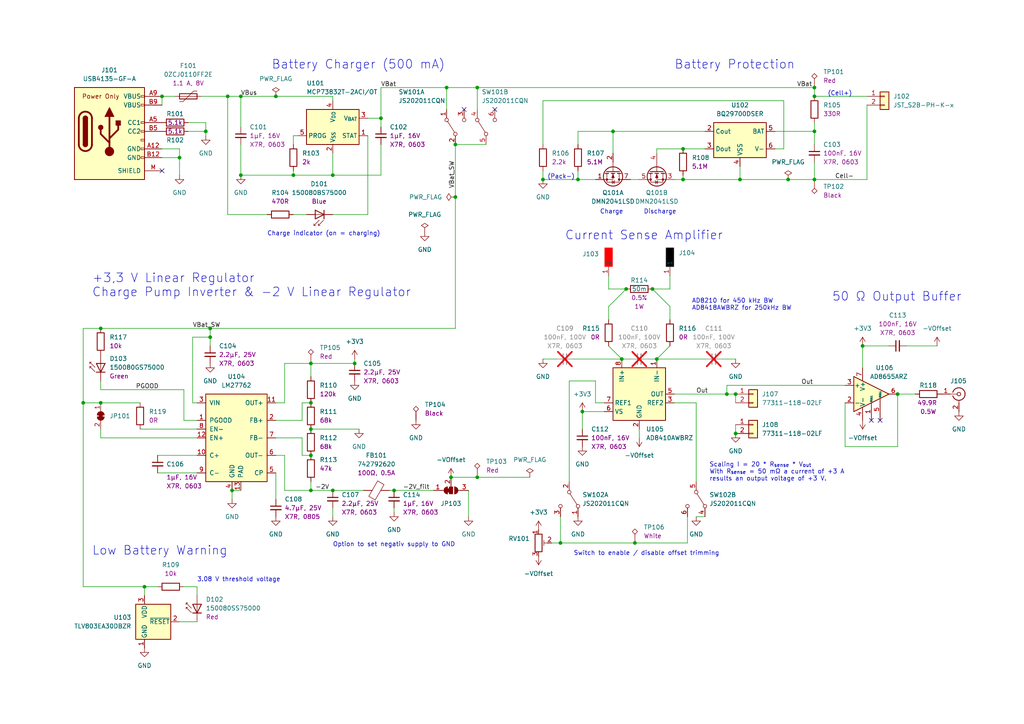
<source format=kicad_sch>
(kicad_sch (version 20230121) (generator eeschema)
  (paper "A4")
  (junction (at 52.07 45.72))
  (junction (at 29.21 95.25))
  (junction (at 213.36 125.73))
  (junction (at 114.3 142.24))
  (junction (at 228.6 52.07))
  (junction (at 96.52 50.8))
  (junction (at 90.17 124.46))
  (junction (at 102.87 105.41))
  (junction (at 213.36 114.3))
  (junction (at 198.12 43.18))
  (junction (at 46.99 27.94))
  (junction (at 168.91 119.38))
  (junction (at 132.08 41.91))
  (junction (at 24.13 116.84))
  (junction (at 181.61 83.82))
  (junction (at 162.56 157.48))
  (junction (at 180.34 104.14))
  (junction (at 190.5 104.14))
  (junction (at 67.31 142.24))
  (junction (at 41.91 170.18))
  (junction (at 60.96 97.79))
  (junction (at 130.81 138.43))
  (junction (at 80.01 27.94))
  (junction (at 198.12 52.07))
  (junction (at 138.43 25.4))
  (junction (at 69.85 27.94))
  (junction (at 138.43 138.43))
  (junction (at 260.35 114.3))
  (junction (at 90.17 142.24))
  (junction (at 96.52 142.24))
  (junction (at 129.54 25.4))
  (junction (at 167.64 52.07))
  (junction (at 132.08 57.15))
  (junction (at 157.48 52.07))
  (junction (at 90.17 105.41))
  (junction (at 110.49 34.29))
  (junction (at 250.19 100.33))
  (junction (at 236.22 52.07))
  (junction (at 189.23 83.82))
  (junction (at 177.8 38.1))
  (junction (at 90.17 116.84))
  (junction (at 59.69 38.1))
  (junction (at 90.17 132.08))
  (junction (at 210.82 114.3))
  (junction (at 29.21 116.84))
  (junction (at 184.15 157.48))
  (junction (at 236.22 38.1))
  (junction (at 214.63 52.07))
  (junction (at 60.96 95.25))
  (junction (at 236.22 25.4))
  (junction (at 69.85 50.8))
  (junction (at 85.09 50.8))
  (junction (at 236.22 27.94))
  (junction (at 66.04 27.94))
  (no_connect (at 46.99 49.53))
  (no_connect (at 143.51 31.75))
  (no_connect (at 252.73 121.92))
  (no_connect (at 134.62 31.75))
  (no_connect (at 255.27 121.92))
  (wire (pts (xy 189.23 83.82) (xy 194.31 83.82)))
  (wire (pts (xy 46.99 43.18) (xy 52.07 43.18)))
  (wire (pts (xy 236.22 38.1) (xy 236.22 35.56)))
  (wire (pts (xy 41.91 172.72) (xy 41.91 170.18)))
  (wire (pts (xy 260.35 129.54) (xy 245.11 129.54)))
  (wire (pts (xy 213.36 104.14) (xy 209.55 104.14)))
  (wire (pts (xy 110.49 25.4) (xy 129.54 25.4)))
  (wire (pts (xy 130.81 138.43) (xy 138.43 138.43)))
  (wire (pts (xy 57.15 170.18) (xy 57.15 172.72)))
  (wire (pts (xy 29.21 95.25) (xy 60.96 95.25)))
  (wire (pts (xy 24.13 170.18) (xy 41.91 170.18)))
  (wire (pts (xy 180.34 104.14) (xy 176.53 100.33)))
  (wire (pts (xy 236.22 52.07) (xy 236.22 46.99)))
  (wire (pts (xy 236.22 25.4) (xy 236.22 27.94)))
  (wire (pts (xy 224.79 38.1) (xy 236.22 38.1)))
  (wire (pts (xy 69.85 27.94) (xy 80.01 27.94)))
  (wire (pts (xy 90.17 142.24) (xy 96.52 142.24)))
  (wire (pts (xy 55.88 116.84) (xy 57.15 116.84)))
  (wire (pts (xy 138.43 31.75) (xy 138.43 25.4)))
  (wire (pts (xy 162.56 157.48) (xy 184.15 157.48)))
  (wire (pts (xy 260.35 114.3) (xy 260.35 129.54)))
  (wire (pts (xy 87.63 127) (xy 87.63 132.08)))
  (wire (pts (xy 185.42 124.46) (xy 185.42 127)))
  (wire (pts (xy 204.47 104.14) (xy 190.5 104.14)))
  (wire (pts (xy 69.85 27.94) (xy 69.85 36.83)))
  (wire (pts (xy 132.08 41.91) (xy 132.08 57.15)))
  (wire (pts (xy 59.69 39.37) (xy 59.69 38.1)))
  (wire (pts (xy 59.69 38.1) (xy 54.61 38.1)))
  (wire (pts (xy 157.48 41.91) (xy 157.48 29.21)))
  (wire (pts (xy 198.12 50.8) (xy 198.12 52.07)))
  (wire (pts (xy 157.48 29.21) (xy 227.33 29.21)))
  (wire (pts (xy 227.33 43.18) (xy 224.79 43.18)))
  (wire (pts (xy 60.96 97.79) (xy 60.96 95.25)))
  (wire (pts (xy 52.07 45.72) (xy 52.07 50.8)))
  (wire (pts (xy 250.19 100.33) (xy 257.81 100.33)))
  (wire (pts (xy 106.68 62.23) (xy 96.52 62.23)))
  (wire (pts (xy 194.31 80.01) (xy 194.31 83.82)))
  (wire (pts (xy 172.72 116.84) (xy 172.72 110.49)))
  (wire (pts (xy 90.17 109.22) (xy 90.17 105.41)))
  (wire (pts (xy 198.12 52.07) (xy 214.63 52.07)))
  (wire (pts (xy 175.26 119.38) (xy 168.91 119.38)))
  (wire (pts (xy 46.99 30.48) (xy 46.99 27.94)))
  (wire (pts (xy 167.64 49.53) (xy 167.64 52.07)))
  (wire (pts (xy 96.52 50.8) (xy 85.09 50.8)))
  (wire (pts (xy 167.64 38.1) (xy 177.8 38.1)))
  (wire (pts (xy 227.33 29.21) (xy 227.33 43.18)))
  (wire (pts (xy 236.22 41.91) (xy 236.22 38.1)))
  (wire (pts (xy 59.69 35.56) (xy 59.69 38.1)))
  (wire (pts (xy 210.82 114.3) (xy 213.36 114.3)))
  (wire (pts (xy 80.01 144.78) (xy 80.01 137.16)))
  (wire (pts (xy 113.03 142.24) (xy 114.3 142.24)))
  (wire (pts (xy 29.21 116.84) (xy 40.64 116.84)))
  (wire (pts (xy 210.82 111.76) (xy 245.11 111.76)))
  (wire (pts (xy 166.37 104.14) (xy 180.34 104.14)))
  (wire (pts (xy 87.63 116.84) (xy 90.17 116.84)))
  (wire (pts (xy 110.49 41.91) (xy 110.49 50.8)))
  (wire (pts (xy 82.55 142.24) (xy 90.17 142.24)))
  (wire (pts (xy 135.89 149.86) (xy 135.89 142.24)))
  (wire (pts (xy 80.01 127) (xy 87.63 127)))
  (wire (pts (xy 96.52 44.45) (xy 96.52 50.8)))
  (wire (pts (xy 138.43 25.4) (xy 236.22 25.4)))
  (wire (pts (xy 57.15 127) (xy 29.21 127)))
  (wire (pts (xy 129.54 25.4) (xy 138.43 25.4)))
  (wire (pts (xy 110.49 25.4) (xy 110.49 34.29)))
  (wire (pts (xy 105.41 142.24) (xy 96.52 142.24)))
  (wire (pts (xy 90.17 105.41) (xy 82.55 105.41)))
  (wire (pts (xy 195.58 116.84) (xy 201.93 116.84)))
  (wire (pts (xy 80.01 27.94) (xy 96.52 27.94)))
  (wire (pts (xy 160.02 157.48) (xy 162.56 157.48)))
  (wire (pts (xy 204.47 38.1) (xy 177.8 38.1)))
  (wire (pts (xy 195.58 114.3) (xy 210.82 114.3)))
  (wire (pts (xy 102.87 104.14) (xy 102.87 105.41)))
  (wire (pts (xy 54.61 35.56) (xy 59.69 35.56)))
  (wire (pts (xy 45.72 137.16) (xy 57.15 137.16)))
  (wire (pts (xy 53.34 113.03) (xy 53.34 121.92)))
  (wire (pts (xy 29.21 95.25) (xy 24.13 95.25)))
  (wire (pts (xy 175.26 116.84) (xy 172.72 116.84)))
  (wire (pts (xy 172.72 110.49) (xy 165.1 110.49)))
  (wire (pts (xy 60.96 97.79) (xy 55.88 97.79)))
  (wire (pts (xy 24.13 116.84) (xy 24.13 170.18)))
  (wire (pts (xy 53.34 170.18) (xy 57.15 170.18)))
  (wire (pts (xy 24.13 95.25) (xy 24.13 116.84)))
  (wire (pts (xy 110.49 50.8) (xy 96.52 50.8)))
  (wire (pts (xy 140.97 41.91) (xy 132.08 41.91)))
  (wire (pts (xy 260.35 114.3) (xy 265.43 114.3)))
  (wire (pts (xy 125.73 142.24) (xy 114.3 142.24)))
  (wire (pts (xy 106.68 39.37) (xy 106.68 62.23)))
  (wire (pts (xy 251.46 52.07) (xy 236.22 52.07)))
  (wire (pts (xy 66.04 27.94) (xy 69.85 27.94)))
  (wire (pts (xy 201.93 116.84) (xy 201.93 139.7)))
  (wire (pts (xy 204.47 149.86) (xy 201.93 149.86)))
  (wire (pts (xy 57.15 124.46) (xy 40.64 124.46)))
  (wire (pts (xy 245.11 129.54) (xy 245.11 116.84)))
  (wire (pts (xy 251.46 27.94) (xy 236.22 27.94)))
  (wire (pts (xy 29.21 127) (xy 29.21 124.46)))
  (wire (pts (xy 181.61 83.82) (xy 176.53 88.9)))
  (wire (pts (xy 41.91 170.18) (xy 45.72 170.18)))
  (wire (pts (xy 172.72 52.07) (xy 167.64 52.07)))
  (wire (pts (xy 55.88 97.79) (xy 55.88 116.84)))
  (wire (pts (xy 80.01 121.92) (xy 87.63 121.92)))
  (wire (pts (xy 96.52 27.94) (xy 96.52 29.21)))
  (wire (pts (xy 69.85 50.8) (xy 85.09 50.8)))
  (wire (pts (xy 52.07 43.18) (xy 52.07 45.72)))
  (wire (pts (xy 162.56 149.86) (xy 162.56 157.48)))
  (wire (pts (xy 228.6 52.07) (xy 236.22 52.07)))
  (wire (pts (xy 168.91 124.46) (xy 168.91 119.38)))
  (wire (pts (xy 96.52 149.86) (xy 96.52 147.32)))
  (wire (pts (xy 214.63 48.26) (xy 214.63 52.07)))
  (wire (pts (xy 177.8 38.1) (xy 177.8 44.45)))
  (wire (pts (xy 50.8 27.94) (xy 46.99 27.94)))
  (wire (pts (xy 190.5 104.14) (xy 194.31 100.33)))
  (wire (pts (xy 29.21 110.49) (xy 29.21 113.03)))
  (wire (pts (xy 58.42 27.94) (xy 66.04 27.94)))
  (wire (pts (xy 199.39 149.86) (xy 199.39 157.48)))
  (wire (pts (xy 167.64 41.91) (xy 167.64 38.1)))
  (wire (pts (xy 176.53 80.01) (xy 176.53 83.82)))
  (wire (pts (xy 195.58 52.07) (xy 198.12 52.07)))
  (wire (pts (xy 157.48 104.14) (xy 161.29 104.14)))
  (wire (pts (xy 157.48 49.53) (xy 157.48 52.07)))
  (wire (pts (xy 85.09 39.37) (xy 85.09 41.91)))
  (wire (pts (xy 85.09 49.53) (xy 85.09 50.8)))
  (wire (pts (xy 187.96 104.14) (xy 190.5 104.14)))
  (wire (pts (xy 69.85 41.91) (xy 69.85 50.8)))
  (wire (pts (xy 213.36 123.19) (xy 213.36 125.73)))
  (wire (pts (xy 176.53 88.9) (xy 176.53 92.71)))
  (wire (pts (xy 85.09 39.37) (xy 86.36 39.37)))
  (wire (pts (xy 24.13 116.84) (xy 29.21 116.84)))
  (wire (pts (xy 138.43 138.43) (xy 153.67 138.43)))
  (wire (pts (xy 82.55 116.84) (xy 80.01 116.84)))
  (wire (pts (xy 82.55 105.41) (xy 82.55 116.84)))
  (wire (pts (xy 57.15 121.92) (xy 53.34 121.92)))
  (wire (pts (xy 181.61 83.82) (xy 176.53 83.82)))
  (wire (pts (xy 45.72 132.08) (xy 57.15 132.08)))
  (wire (pts (xy 157.48 52.07) (xy 167.64 52.07)))
  (wire (pts (xy 204.47 43.18) (xy 198.12 43.18)))
  (wire (pts (xy 67.31 142.24) (xy 69.85 142.24)))
  (wire (pts (xy 194.31 88.9) (xy 189.23 83.82)))
  (wire (pts (xy 213.36 116.84) (xy 213.36 114.3)))
  (wire (pts (xy 184.15 157.48) (xy 199.39 157.48)))
  (wire (pts (xy 57.15 180.34) (xy 52.07 180.34)))
  (wire (pts (xy 182.88 104.14) (xy 180.34 104.14)))
  (wire (pts (xy 60.96 100.33) (xy 60.96 97.79)))
  (wire (pts (xy 29.21 113.03) (xy 53.34 113.03)))
  (wire (pts (xy 82.55 142.24) (xy 82.55 132.08)))
  (wire (pts (xy 82.55 132.08) (xy 80.01 132.08)))
  (wire (pts (xy 198.12 43.18) (xy 190.5 43.18)))
  (wire (pts (xy 165.1 110.49) (xy 165.1 139.7)))
  (wire (pts (xy 132.08 57.15) (xy 132.08 95.25)))
  (wire (pts (xy 129.54 31.75) (xy 129.54 25.4)))
  (wire (pts (xy 87.63 132.08) (xy 90.17 132.08)))
  (wire (pts (xy 210.82 114.3) (xy 210.82 111.76)))
  (wire (pts (xy 67.31 142.24) (xy 67.31 144.78)))
  (wire (pts (xy 46.99 45.72) (xy 52.07 45.72)))
  (wire (pts (xy 114.3 148.59) (xy 114.3 147.32)))
  (wire (pts (xy 110.49 34.29) (xy 110.49 36.83)))
  (wire (pts (xy 66.04 62.23) (xy 66.04 27.94)))
  (wire (pts (xy 190.5 43.18) (xy 190.5 44.45)))
  (wire (pts (xy 182.88 52.07) (xy 185.42 52.07)))
  (wire (pts (xy 77.47 62.23) (xy 66.04 62.23)))
  (wire (pts (xy 251.46 30.48) (xy 251.46 52.07)))
  (wire (pts (xy 104.14 124.46) (xy 90.17 124.46)))
  (wire (pts (xy 60.96 95.25) (xy 132.08 95.25)))
  (wire (pts (xy 87.63 121.92) (xy 87.63 116.84)))
  (wire (pts (xy 90.17 139.7) (xy 90.17 142.24)))
  (wire (pts (xy 250.19 100.33) (xy 250.19 106.68)))
  (wire (pts (xy 106.68 34.29) (xy 110.49 34.29)))
  (wire (pts (xy 271.78 100.33) (xy 262.89 100.33)))
  (wire (pts (xy 88.9 62.23) (xy 85.09 62.23)))
  (wire (pts (xy 194.31 92.71) (xy 194.31 88.9)))
  (wire (pts (xy 102.87 105.41) (xy 90.17 105.41)))
  (wire (pts (xy 214.63 52.07) (xy 228.6 52.07)))
  (text "+3,3 V Linear Regulator\nCharge Pump Inverter & -2 V Linear Regulator" (at 26.67 86.36 0) (effects (font (size 2.54 2.54)) (justify left bottom)))
  (text "Charge" (at 173.99 62.23 0) (effects (font (size 1.27 1.27)) (justify left bottom)))
  (text "Battery Protection" (at 195.58 20.32 0) (effects (font (size 2.54 2.54)) (justify left bottom)))
  (text "Switch to enable / disable offset trimming" (at 166.37 161.29 0) (effects (font (size 1.27 1.27)) (justify left bottom)))
  (text "3.08 V threshold voltage" (at 57.15 168.91 0) (effects (font (size 1.27 1.27)) (justify left bottom)))
  (text "Current Sense Amplifier" (at 163.83 69.85 0) (effects (font (size 2.54 2.54)) (justify left bottom)))
  (text "(Pack-)" (at 158.75 52.07 0) (effects (font (size 1.27 1.27)) (justify left bottom)))
  (text "Discharge" (at 186.69 62.23 0) (effects (font (size 1.27 1.27)) (justify left bottom)))
  (text "(Cell+)" (at 240.03 27.94 0) (effects (font (size 1.27 1.27)) (justify left bottom)))
  (text "Battery Charger (500 mA)" (at 78.74 20.32 0) (effects (font (size 2.54 2.54)) (justify left bottom)))
  (text "Low Battery Warning" (at 26.67 161.29 0) (effects (font (size 2.54 2.54)) (justify left bottom)))
  (text "Scaling I = 20 * R_{sense} * V_{out}\nWith R_{sense} = 50 mΩ a current of +3 A\nresults an output voltage of +3 V." (at 205.74 139.7 0) (effects (font (size 1.27 1.27)) (justify left bottom)))
  (text "Charge indicator (on = charging)" (at 77.47 68.58 0) (effects (font (size 1.27 1.27)) (justify left bottom)))
  (text "Option to set negativ supply to GND" (at 96.52 158.75 0) (effects (font (size 1.27 1.27)) (justify left bottom)))
  (text "AD8210 for 450 kHz BW\nAD8418AWBRZ for 250kHz BW" (at 200.66 90.17 0) (effects (font (size 1.27 1.27)) (justify left bottom)))
  (text "50 Ω Output Buffer" (at 241.3 87.63 0) (effects (font (size 2.54 2.54)) (justify left bottom)))
  (label "VBus" (at 69.85 27.94 0))
  (label "VBat" (at 231.14 25.4 0))
  (label "VBat_SW" (at 55.88 95.25 0))
  (label "VBat" (at 110.49 25.4 0))
  (label "-2V_filt" (at 116.84 142.24 0))
  (label "Out" (at 232.41 111.76 0))
  (label "Cell-" (at 247.65 52.07 180))
  (label "PGOOD" (at 39.37 113.03 0))
  (label "Out" (at 201.93 114.3 0))
  (label "VBat_SW" (at 132.08 54.61 90))
  (label "-2V" (at 91.44 142.24 0))
  (symbol (lib_name "JST_S2B-PH-K-x_1") (lib_id "Connector_User:JST_S2B-PH-K-x") (at 256.54 30.48 0) (unit 1)
    (property "Reference" "J102" (at 259.08 27.94 0) (effects (justify left)))
    (property "Value" "JST_S2B-PH-K-x" (at 259.08 30.48 0) (effects (justify left)))
    (property "Footprint" "Connector_JST:JST_PH_S2B-PH-K_1x02_P2.00mm_Horizontal" (effects hide))
    (property "Datasheet" "https://www.jst-mfg.com/product/pdf/eng/ePH.pdf" (effects hide))
    (property "Manufacturer" "JST" (effects hide))
    (property "MPN" "S2B-PH-K-S" (effects hide))
    (property "Supplier" "Digi-Key" (effects hide))
    (property "SPN" "455-1719-ND" (effects hide))
  )
  (symbol (lib_id "Testpoint_User:TestPoint_5011_Black") (at 120.65 121.92 0) (unit 1)
    (property "Reference" "TP104" (at 123.19 117.348 0) (effects (justify left)))
    (property "Value" "TestPoint_5011_Black" (effects hide))
    (property "Footprint" "TestPoint:TestPoint_Loop_D2.60mm_Drill1.6mm_Beaded" (effects hide))
    (property "Datasheet" "https://www.keystone-europe.com/wp-content/uploads/2019/11/M70_keystone_guide_2019.pdf" (effects hide))
    (property "Manufacturer" "Keystone Electronics" (effects hide))
    (property "MPN" "5011" (effects hide))
    (property "Color" "Black" (at 123.19 119.888 0) (effects (justify left)))
    (property "Supplier" "Digi-Key" (effects hide))
    (property "SPN" "36-5011-ND" (effects hide))
  )
  (symbol (lib_id "Amplifier_Current:AD8418") (at 185.42 114.3 0) (unit 1)
    (property "Reference" "U105" (at 187.3759 124.46 0) (effects (justify left)))
    (property "Value" "AD8410AWBRZ" (at 187.3759 127 0) (effects (justify left)))
    (property "Footprint" "Package_SO:SOIC-8_3.9x4.9mm_P1.27mm" (effects hide))
    (property "Datasheet" "https://www.analog.com/media/en/technical-documentation/data-sheets/AD8418.pdf" (effects hide))
    (property "Supplier" "Digi-Key" (effects hide))
    (property "SPN" "505-AD8410AWBRZ-ND" (effects hide))
  )
  (symbol (lib_id "Testpoint_User:TestPoint_5011_Black") (at 236.22 52.07 180) (unit 1)
    (property "Reference" "TP102" (at 238.76 54.102 0) (effects (justify right)))
    (property "Value" "TestPoint_5011_Black" (effects hide))
    (property "Footprint" "TestPoint:TestPoint_Loop_D2.60mm_Drill1.6mm_Beaded" (effects hide))
    (property "Datasheet" "https://www.keystone-europe.com/wp-content/uploads/2019/11/M70_keystone_guide_2019.pdf" (effects hide))
    (property "Manufacturer" "Keystone Electronics" (effects hide))
    (property "MPN" "5011" (effects hide))
    (property "Color" "Black" (at 238.76 56.642 0) (effects (justify right)))
    (property "Supplier" "Digi-Key" (effects hide))
    (property "SPN" "36-5011-ND" (effects hide))
  )
  (symbol (lib_id "power:PWR_FLAG") (at 228.6 52.07 0) (unit 1)
    (property "Reference" "#FLG0101" (effects hide))
    (property "Value" "PWR_FLAG" (at 228.6 46.99 0))
  )
  (symbol (lib_id "Testpoint_User:TestPoint_5010_Red") (at 138.43 138.43 0) (unit 1)
    (property "Reference" "TP103" (at 140.97 133.858 0) (effects (justify left)))
    (property "Value" "TestPoint_5010_Red" (effects hide))
    (property "Footprint" "TestPoint:TestPoint_Loop_D2.60mm_Drill1.6mm_Beaded" (effects hide))
    (property "Datasheet" "https://www.keystone-europe.com/wp-content/uploads/2019/11/M70_keystone_guide_2019.pdf" (effects hide))
    (property "Manufacturer" "Keystone Electronics" (effects hide))
    (property "MPN" "5010" (effects hide))
    (property "Color" "Red" (at 140.97 136.398 0) (effects (justify left)))
    (property "Supplier" "Digi-Key" (effects hide))
    (property "SPN" "36-5005-ND" (effects hide))
  )
  (symbol (lib_id "power:GND") (at 213.36 125.73 0) (unit 1)
    (property "Reference" "#PWR0114" (effects hide))
    (property "Value" "GND" (at 213.36 130.81 0))
  )
  (symbol (lib_id "power:GND") (at 157.48 52.07 0) (mirror y) (unit 1)
    (property "Reference" "#PWR0106" (effects hide))
    (property "Value" "GND" (at 157.48 57.15 0))
  )
  (symbol (lib_id "power:+3V3") (at 168.91 119.38 0) (unit 1)
    (property "Reference" "#PWR0111" (effects hide))
    (property "Value" "+3V3" (at 168.91 114.3 0))
  )
  (symbol (lib_id "Connector_User:77311-118-02LF") (at 218.44 124.46 0) (unit 1)
    (property "Reference" "J108" (at 220.98 123.19 0) (effects (justify left)))
    (property "Value" "77311-118-02LF" (at 220.98 125.73 0) (effects (justify left)))
    (property "Footprint" "Connector_PinHeader_2.54mm:PinHeader_1x02_P2.54mm_Vertical" (effects hide))
    (property "Datasheet" "https://cdn.amphenol-icc.com/media/wysiwyg/files/drawing/77311.pdf" (effects hide))
    (property "Manufacturer" "Amphenol" (effects hide))
    (property "Supplier" "Digi-Key" (effects hide))
    (property "SPN" "609-4434-ND" (effects hide))
  )
  (symbol (lib_id "Resistor_User:68k,0603") (at 90.17 120.65 0) (unit 1)
    (property "Reference" "R111" (at 92.71 119.38 0) (effects (justify left)))
    (property "Value" "68k,0603" (effects hide))
    (property "Footprint" "Resistor_SMD:R_0603_1608Metric_Pad0.98x0.95mm_HandSolder" (effects hide))
    (property "Resistance" "68k" (at 92.71 121.92 0) (effects (justify left)))
    (property "Tolerance" "1%" (effects hide))
    (property "Power" "0.1W" (effects hide))
    (property "Package" "0603" (effects hide))
  )
  (symbol (lib_id "power:GND") (at 59.69 39.37 0) (unit 1)
    (property "Reference" "#PWR0120" (effects hide))
    (property "Value" "GND" (at 59.69 44.45 0))
  )
  (symbol (lib_id "Switch_User:Slide_Switch_JS202011CQN") (at 201.93 144.78 270) (unit 2)
    (property "Reference" "SW102" (at 205.74 143.51 90) (effects (justify left)))
    (property "Value" "JS202011CQN" (at 205.74 146.05 90) (effects (justify left)))
    (property "Footprint" "Button_Switch_THT:SW_CuK_JS202011CQN_DPDT_Straight" (effects hide))
    (property "Datasheet" "https://www.ckswitches.com/media/1422/js.pdfButton_Switch_THT:SW_CuK_JS202011CQN_DPDT_Straight" (effects hide))
    (property "Manufacturer" "CuK" (effects hide))
    (property "MPN" "JS202011CQN" (effects hide))
    (property "Supplier" "Digi-Key" (effects hide))
    (property "SPN" "401-2001-ND" (effects hide))
  )
  (symbol (lib_id "Power_User:-VOffset") (at 156.21 161.29 180) (unit 1)
    (property "Reference" "#PWR0113" (effects hide))
    (property "Value" "-VOffset" (at 156.21 166.37 0))
  )
  (symbol (lib_id "Testpoint_User:TestPoint_5010_Red") (at 90.17 105.41 0) (unit 1)
    (property "Reference" "TP105" (at 92.71 100.838 0) (effects (justify left)))
    (property "Value" "TestPoint_5010_Red" (effects hide))
    (property "Footprint" "TestPoint:TestPoint_Loop_D2.60mm_Drill1.6mm_Beaded" (effects hide))
    (property "Datasheet" "https://www.keystone-europe.com/wp-content/uploads/2019/11/M70_keystone_guide_2019.pdf" (effects hide))
    (property "Manufacturer" "Keystone Electronics" (effects hide))
    (property "MPN" "5010" (effects hide))
    (property "Color" "Red" (at 92.71 103.378 0) (effects (justify left)))
    (property "Supplier" "Digi-Key" (effects hide))
    (property "SPN" "36-5005-ND" (effects hide))
  )
  (symbol (lib_id "power:GND") (at 96.52 149.86 0) (unit 1)
    (property "Reference" "#PWR0123" (effects hide))
    (property "Value" "GND" (at 96.52 154.94 0))
  )
  (symbol (lib_id "Resistor_User:2.2k,0603") (at 157.48 45.72 0) (unit 1)
    (property "Reference" "R106" (at 160.02 44.45 0) (effects (justify left)))
    (property "Value" "2.2k,0603" (effects hide))
    (property "Footprint" "Resistor_SMD:R_0603_1608Metric_Pad0.98x0.95mm_HandSolder" (effects hide))
    (property "Resistance" "2.2k" (at 160.02 46.99 0) (effects (justify left)))
    (property "Tolerance" "1%" (effects hide))
    (property "Power" "0.1W" (effects hide))
    (property "Package" "0603" (effects hide))
  )
  (symbol (lib_id "power:GND") (at 80.01 149.86 0) (unit 1)
    (property "Reference" "#PWR0121" (effects hide))
    (property "Value" "GND" (at 80.01 154.94 0))
  )
  (symbol (lib_id "power:GND") (at 201.93 149.86 0) (unit 1)
    (property "Reference" "#PWR0118" (effects hide))
    (property "Value" "GND" (at 201.93 154.94 0))
  )
  (symbol (lib_id "Capacitor_User:1uF,16V,X7R,0603") (at 69.85 39.37 0) (unit 1)
    (property "Reference" "C101" (at 72.39 36.8363 0) (effects (justify left)))
    (property "Value" "1uF,16V,X7R,0603" (effects hide))
    (property "Footprint" "Capacitor_SMD:C_0603_1608Metric_Pad1.08x0.95mm_HandSolder" (effects hide))
    (property "Pretty Value 1" "1μF, 16V" (at 72.39 39.3763 0) (effects (justify left)))
    (property "Pretty Value 2" "X7R, 0603" (at 72.39 41.9163 0) (effects (justify left)))
  )
  (symbol (lib_id "Resistor_User:10k,0603") (at 29.21 99.06 180) (unit 1)
    (property "Reference" "R117" (at 31.75 97.79 0) (effects (justify right)))
    (property "Value" "10k,0603" (effects hide))
    (property "Footprint" "Resistor_SMD:R_0603_1608Metric_Pad0.98x0.95mm_HandSolder" (effects hide))
    (property "Resistance" "10k" (at 31.75 100.33 0) (effects (justify right)))
    (property "Tolerance" "1%" (effects hide))
    (property "Power" "0.1W" (effects hide))
    (property "Package" "0603" (effects hide))
  )
  (symbol (lib_id "power:GND") (at 278.13 119.38 0) (unit 1)
    (property "Reference" "#PWR0130" (effects hide))
    (property "Value" "GND" (at 278.13 124.46 0))
  )
  (symbol (lib_id "Capacitor_User:2.2uF,25V,X7R,0603") (at 96.52 144.78 0) (unit 1)
    (property "Reference" "C107" (at 99.06 143.51 0) (effects (justify left)))
    (property "Value" "2.2uF,25V,X7R,0603" (effects hide))
    (property "Footprint" "Capacitor_SMD:C_0603_1608Metric_Pad1.08x0.95mm_HandSolder" (effects hide))
    (property "Pretty Value 1" "2.2μF, 25V" (at 99.06 146.05 0) (effects (justify left)))
    (property "Pretty Value 2" "X7R, 0603" (at 99.06 148.59 0) (effects (justify left)))
  )
  (symbol (lib_id "Power_User:-VOffset") (at 185.42 127 180) (unit 1)
    (property "Reference" "#PWR0117" (effects hide))
    (property "Value" "-VOffset" (at 185.42 132.08 0))
  )
  (symbol (lib_id "power:GND") (at 114.3 148.59 0) (unit 1)
    (property "Reference" "#PWR0102" (effects hide))
    (property "Value" "GND" (at 114.3 153.67 0))
  )
  (symbol (lib_id "Battery_Management:BQ297xy") (at 214.63 40.64 0) (mirror y) (unit 1)
    (property "Reference" "U102" (at 214.63 30.48 0))
    (property "Value" "BQ29700DSER" (at 214.63 33.02 0))
    (property "Footprint" "Package_SON:WSON-6_1.5x1.5mm_P0.5mm" (effects hide))
    (property "Datasheet" "http://www.ti.com/lit/ds/symlink/bq2970.pdf" (effects hide))
  )
  (symbol (lib_id "Capacitor_User:100nF,100V,X7R,0603") (at 163.83 104.14 90) (unit 1) (dnp yes)
    (property "Reference" "C109" (at 163.8363 95.25 90))
    (property "Value" "100nF,100V,X7R,0603" (effects hide))
    (property "Footprint" "Capacitor_SMD:C_0603_1608Metric_Pad1.08x0.95mm_HandSolder" (effects hide))
    (property "Pretty Value 1" "100nF, 100V" (at 163.8363 97.79 90))
    (property "Pretty Value 2" "X7R, 0603" (at 163.8363 100.33 90))
  )
  (symbol (lib_id "Jumper:SolderJumper_2_Bridged") (at 29.21 120.65 270) (unit 1)
    (property "Reference" "JP101" (at 31.75 120.65 90) (effects (justify left)))
    (property "Value" "SolderJumper_2_Bridged" (effects hide))
    (property "Footprint" "Jumper:SolderJumper-2_P1.3mm_Bridged_Pad1.0x1.5mm" (effects hide))
  )
  (symbol (lib_id "Capacitor_User:100nF,100V,X7R,0603") (at 207.01 104.14 90) (unit 1) (dnp yes)
    (property "Reference" "C111" (at 207.0163 95.25 90))
    (property "Value" "100nF,100V,X7R,0603" (effects hide))
    (property "Footprint" "Capacitor_SMD:C_0603_1608Metric_Pad1.08x0.95mm_HandSolder" (effects hide))
    (property "Pretty Value 1" "100nF, 100V" (at 207.0163 97.79 90))
    (property "Pretty Value 2" "X7R, 0603" (at 207.0163 100.33 90))
  )
  (symbol (lib_id "Resistor_User:470R,0603") (at 81.28 62.23 90) (unit 1)
    (property "Reference" "R104" (at 81.28 55.88 90))
    (property "Value" "470R,0603" (effects hide))
    (property "Footprint" "Resistor_SMD:R_0603_1608Metric_Pad0.98x0.95mm_HandSolder" (effects hide))
    (property "Resistance" "470R" (at 81.28 58.42 90))
    (property "Tolerance" "1%" (effects hide))
    (property "Power" "0.1W" (effects hide))
    (property "Package" "0603" (effects hide))
  )
  (symbol (lib_id "Resistor_User:330R,0603") (at 236.22 31.75 0) (unit 1)
    (property "Reference" "R105" (at 238.76 30.48 0) (effects (justify left)))
    (property "Value" "330R,0603" (effects hide))
    (property "Footprint" "Resistor_SMD:R_0603_1608Metric_Pad0.98x0.95mm_HandSolder" (effects hide))
    (property "Resistance" "330R" (at 238.76 33.02 0) (effects (justify left)))
    (property "Tolerance" "1%" (effects hide))
    (property "Power" "0.1W" (effects hide))
    (property "Package" "0603" (effects hide))
  )
  (symbol (lib_id "Resistor_User:10k_Potentiometer_Trim_TSR-3296W") (at 156.21 157.48 0) (unit 1)
    (property "Reference" "RV101" (at 153.67 156.21 0) (effects (justify right)))
    (property "Value" "10k_Potentiometer_Trim_TSR-3296W" (effects hide))
    (property "Footprint" "Potentionmeter_THT_User:Potentiometer_Suntan_3296W_Vertical" (effects hide))
    (property "Datasheet" "https://cdn-reichelt.de/documents/datenblatt/B400/64W100K.pdf" (effects hide))
    (property "Manufacturer" "Suntan" (effects hide))
    (property "MPN" "TSR-3296W" (effects hide))
    (property "Supplier" "Reichelt" (effects hide))
    (property "SPN" "64W-10K" (effects hide))
  )
  (symbol (lib_id "Connector_User:Binding_Post_PK4_Black") (at 194.31 77.47 90) (unit 1)
    (property "Reference" "J104" (at 196.85 73.3425 90) (effects (justify right)))
    (property "Value" "Binding_Post_PK4_Black" (effects hide))
    (property "Footprint" "Connector_User:Binding_Post_4.3mm_M4_DIN965_Pad" (effects hide))
    (property "Datasheet" "https://cdn-reichelt.de/documents/datenblatt/C170/DS_PK4_1.pdf" (effects hide))
    (property "Supplier" "Reichelt" (effects hide))
    (property "SPN" "PK 4 SW" (effects hide))
  )
  (symbol (lib_id "power:GND") (at 104.14 124.46 0) (unit 1)
    (property "Reference" "#PWR0125" (effects hide))
    (property "Value" "GND" (at 104.14 129.54 0))
  )
  (symbol (lib_id "Switch_User:Slide_Switch_JS202011CQN") (at 132.08 36.83 90) (unit 1)
    (property "Reference" "SW101" (at 115.57 26.67 90) (effects (justify right)))
    (property "Value" "JS202011CQN" (at 115.57 29.21 90) (effects (justify right)))
    (property "Footprint" "Button_Switch_THT:SW_CuK_JS202011CQN_DPDT_Straight" (effects hide))
    (property "Datasheet" "https://www.ckswitches.com/media/1422/js.pdfButton_Switch_THT:SW_CuK_JS202011CQN_DPDT_Straight" (effects hide))
    (property "Manufacturer" "CuK" (effects hide))
    (property "MPN" "JS202011CQN" (effects hide))
    (property "Supplier" "Digi-Key" (effects hide))
    (property "SPN" "401-2001-ND" (effects hide))
  )
  (symbol (lib_id "Capacitor_User:2.2uF,25V,X7R,0603") (at 102.87 107.95 0) (unit 1)
    (property "Reference" "C105" (at 105.41 105.4163 0) (effects (justify left)))
    (property "Value" "2.2uF,25V,X7R,0603" (effects hide))
    (property "Footprint" "Capacitor_SMD:C_0603_1608Metric_Pad1.08x0.95mm_HandSolder" (effects hide))
    (property "Pretty Value 1" "2.2μF, 25V" (at 105.41 107.9563 0) (effects (justify left)))
    (property "Pretty Value 2" "X7R, 0603" (at 105.41 110.4963 0) (effects (justify left)))
  )
  (symbol (lib_id "Resistor_User:0R,0603") (at 40.64 120.65 0) (unit 1)
    (property "Reference" "R119" (at 43.18 119.38 0) (effects (justify left)))
    (property "Value" "0R,0603" (effects hide))
    (property "Footprint" "Resistor_SMD:R_0603_1608Metric_Pad0.98x0.95mm_HandSolder" (effects hide))
    (property "Resistance" "0R" (at 43.18 121.92 0) (effects (justify left)))
    (property "Tolerance" "1%" (effects hide))
    (property "Power" "0.1W" (effects hide))
    (property "Package" "0603" (effects hide))
  )
  (symbol (lib_id "Amplifier_Operational:AD8655") (at 252.73 114.3 0) (unit 1)
    (property "Reference" "U106" (at 256.54 106.68 0))
    (property "Value" "AD8655ARZ" (at 257.81 109.22 0))
    (property "Footprint" "Package_SO:SOIC-8_3.9x4.9mm_P1.27mm" (effects hide))
    (property "Datasheet" "https://www.analog.com/media/en/technical-documentation/data-sheets/ad8655_8656.pdf" (effects hide))
    (property "Supplier" "Digi-Key" (effects hide))
    (property "SPN" "505-AD8655ARZ-ND" (effects hide))
  )
  (symbol (lib_id "Regulator_SwitchedCapacitor:LM27762") (at 67.31 121.92 0) (unit 1)
    (property "Reference" "U104" (at 68.58 109.22 0))
    (property "Value" "LM27762" (at 68.58 111.76 0))
    (property "Footprint" "Package_SON:WSON-12-1EP_3x2mm_P0.5mm_EP1x2.65_ThermalVias" (effects hide))
    (property "Datasheet" "http://www.ti.com/lit/ds/symlink/lm27762.pdf" (effects hide))
    (property "Supplier" "Digi-Key" (effects hide))
    (property "SPN" "296-47331-1-ND" (effects hide))
  )
  (symbol (lib_id "Connector_User:Binding_Post_PK4_Red") (at 176.53 77.47 90) (unit 1)
    (property "Reference" "J103" (at 168.91 73.66 90) (effects (justify right)))
    (property "Value" "Binding_Post_PK4_Red" (effects hide))
    (property "Footprint" "Connector_User:Binding_Post_4.3mm_M4_DIN965_Pad" (effects hide))
    (property "Datasheet" "https://cdn-reichelt.de/documents/datenblatt/C170/DS_PK4_1.pdf" (effects hide))
    (property "Supplier" "Reichelt" (effects hide))
    (property "SPN" "PK 4 RT" (effects hide))
  )
  (symbol (lib_id "power:GND") (at 120.65 121.92 0) (unit 1)
    (property "Reference" "#PWR0131" (effects hide))
    (property "Value" "GND" (at 120.65 127 0))
  )
  (symbol (lib_id "power:GND") (at 67.31 144.78 0) (unit 1)
    (property "Reference" "#PWR0105" (effects hide))
    (property "Value" "GND" (at 67.31 149.86 0))
  )
  (symbol (lib_id "LED_User:150080BS75000") (at 91.44 62.23 180) (unit 1)
    (property "Reference" "D101" (at 92.583 53.34 0))
    (property "Value" "150080BS75000" (at 92.583 55.88 0))
    (property "Footprint" "LED_SMD:LED_0805_2012Metric_Pad1.15x1.40mm_HandSolder" (effects hide))
    (property "Datasheet" "https://www.we-online.com/katalog/datasheet/150080BS75000.pdf" (effects hide))
    (property "Manufacturer" "Wurth Elektronik" (effects hide))
    (property "Supplier" "Digi-Key" (effects hide))
    (property "SPN" "732-4982-1-ND" (effects hide))
    (property "Info" "Blue" (at 92.583 58.42 0))
  )
  (symbol (lib_id "Resistor_User:120k,0603") (at 90.17 113.03 0) (unit 1)
    (property "Reference" "R110" (at 92.71 111.76 0) (effects (justify left)))
    (property "Value" "120k,0603" (effects hide))
    (property "Footprint" "Resistor_SMD:R_0603_1608Metric_Pad0.98x0.95mm_HandSolder" (effects hide))
    (property "Resistance" "120k" (at 92.71 114.3 0) (effects (justify left)))
    (property "Tolerance" "1%" (effects hide))
    (property "Power" "0.1W" (effects hide))
    (property "Package" "0603" (effects hide))
  )
  (symbol (lib_id "Resistor_User:5.1M,0603") (at 198.12 46.99 0) (unit 1)
    (property "Reference" "R108" (at 200.66 45.72 0) (effects (justify left)))
    (property "Value" "5.1M,0603" (effects hide))
    (property "Footprint" "Resistor_SMD:R_0603_1608Metric_Pad0.98x0.95mm_HandSolder" (effects hide))
    (property "Resistance" "5.1M" (at 200.66 48.26 0) (effects (justify left)))
    (property "Tolerance" "1%" (effects hide))
    (property "Power" "0.1W" (effects hide))
    (property "Package" "0603" (effects hide))
  )
  (symbol (lib_id "Resistor_User:10k,0603") (at 49.53 170.18 90) (unit 1)
    (property "Reference" "R109" (at 49.53 163.83 90))
    (property "Value" "10k,0603" (effects hide))
    (property "Footprint" "Resistor_SMD:R_0603_1608Metric_Pad0.98x0.95mm_HandSolder" (effects hide))
    (property "Resistance" "10k" (at 49.53 166.37 90))
    (property "Tolerance" "1%" (effects hide))
    (property "Power" "0.1W" (effects hide))
    (property "Package" "0603" (effects hide))
  )
  (symbol (lib_id "power:PWR_FLAG") (at 153.67 138.43 0) (unit 1)
    (property "Reference" "#FLG0105" (effects hide))
    (property "Value" "PWR_FLAG" (at 153.67 133.35 0))
  )
  (symbol (lib_id "Capacitor_User:4.7uF,25V,X7R,0805") (at 80.01 147.32 0) (unit 1)
    (property "Reference" "C108" (at 82.55 144.7863 0) (effects (justify left)))
    (property "Value" "4.7uF,25V,X7R,0805" (effects hide))
    (property "Footprint" "Capacitor_SMD:C_0805_2012Metric_Pad1.18x1.45mm_HandSolder" (effects hide))
    (property "Pretty Value 1" "4.7μF, 25V" (at 82.55 147.3263 0) (effects (justify left)))
    (property "Pretty Value 2" "X7R, 0805" (at 82.55 149.8663 0) (effects (justify left)))
  )
  (symbol (lib_id "Connector_User:USB4135-GF-A") (at 31.75 38.1 0) (unit 1)
    (property "Reference" "J101" (at 31.75 20.32 0))
    (property "Value" "USB4135-GF-A" (at 31.75 22.86 0))
    (property "Footprint" "Connector_User:USB-C_Receptacle_GTC_USB4135-GF-A" (effects hide))
    (property "Datasheet" "https://gct.co/de-de/connector/usb4135" (effects hide))
    (property "Manufacturer" "GTC" (effects hide))
    (property "Supplier" "Digi-Key" (effects hide))
    (property "SPN" "2073-USB4135-GF-ACT-ND" (effects hide))
    (property "MPN" "USB4135-GF-A" (effects hide))
  )
  (symbol (lib_id "Connector_User:77311-118-02LF") (at 218.44 115.57 0) (unit 1)
    (property "Reference" "J107" (at 220.98 114.3 0) (effects (justify left)))
    (property "Value" "77311-118-02LF" (at 220.98 116.84 0) (effects (justify left)))
    (property "Footprint" "Connector_PinHeader_2.54mm:PinHeader_1x02_P2.54mm_Vertical" (effects hide))
    (property "Datasheet" "https://cdn.amphenol-icc.com/media/wysiwyg/files/drawing/77311.pdf" (effects hide))
    (property "Manufacturer" "Amphenol" (effects hide))
    (property "Supplier" "Digi-Key" (effects hide))
    (property "SPN" "609-4434-ND" (effects hide))
  )
  (symbol (lib_id "power:GND") (at 123.19 67.31 0) (unit 1)
    (property "Reference" "#PWR0126" (effects hide))
    (property "Value" "GND" (at 123.19 72.39 0))
  )
  (symbol (lib_id "Connector_User:SMA_Straight_Jack_Female") (at 278.13 114.3 0) (unit 1)
    (property "Reference" "J105" (at 275.59 110.49 0) (effects (justify left)))
    (property "Value" "SMA_Straight_Jack_Female" (effects hide))
    (property "Footprint" "Connector_Coaxial:SMA_Wurth_60312002114503_Vertical" (effects hide))
    (property "Datasheet" "https://app.adam-tech.com/products/download/data_sheet/219105/rf2-04a-t-00-50-g-data-sheet.pdf" (effects hide))
    (property "Manufacturer" "Adam Tech" (effects hide))
    (property "MPN" "RF2-04A-T-00-50-G" (effects hide))
    (property "Supplier" "Digi-Key" (effects hide))
    (property "SPN" "2057-RF2-04A-T-00-50-G-ND" (effects hide))
  )
  (symbol (lib_id "power:PWR_FLAG") (at 80.01 27.94 0) (unit 1)
    (property "Reference" "#FLG0103" (effects hide))
    (property "Value" "PWR_FLAG" (at 80.01 22.86 0))
  )
  (symbol (lib_id "LED_User:150080SS75000") (at 57.15 175.26 90) (unit 1)
    (property "Reference" "D102" (at 59.69 173.863 90) (effects (justify right)))
    (property "Value" "150080SS75000" (at 59.69 176.403 90) (effects (justify right)))
    (property "Footprint" "LED_SMD:LED_0805_2012Metric_Pad1.15x1.40mm_HandSolder" (effects hide))
    (property "Datasheet" "https://www.we-online.com/katalog/datasheet/150080SS75000.pdf" (effects hide))
    (property "Manufacturer" "Wurth Elektronik" (effects hide))
    (property "Supplier" "Digi-Key" (effects hide))
    (property "SPN" "732-4985-1-ND" (effects hide))
    (property "Info" "Red" (at 59.69 178.943 90) (effects (justify right)))
  )
  (symbol (lib_id "Fuse_User:0ZCJ0110FF2E") (at 54.61 27.94 90) (unit 1)
    (property "Reference" "F101" (at 54.61 19.05 90))
    (property "Value" "0ZCJ0110FF2E" (at 54.61 21.59 90))
    (property "Footprint" "Fuse:Fuse_1206_3216Metric_Pad1.42x1.75mm_HandSolder" (effects hide))
    (property "Datasheet" "https://www.belfuse.com/resources/datasheets/circuitprotection/ds-cp-0zch-series.pdf" (effects hide))
    (property "Manufacturer" "Bel Fuse" (effects hide))
    (property "MPN" "0ZCJ0110FF2E" (effects hide))
    (property "Supplier" "Digi-Key" (effects hide))
    (property "SPN" "507-1807-1-ND" (effects hide))
    (property "Info" "1.1 A, 8V" (at 54.61 24.13 90))
  )
  (symbol (lib_id "power:GND") (at 60.96 105.41 0) (unit 1)
    (property "Reference" "#PWR0103" (effects hide))
    (property "Value" "GND" (at 60.96 110.49 0))
  )
  (symbol (lib_id "Resistor_User:5.1k,0603") (at 50.8 35.56 90) (unit 1)
    (property "Reference" "R101" (at 50.8 33.02 90))
    (property "Value" "5.1k,0603" (effects hide))
    (property "Footprint" "Resistor_SMD:R_0603_1608Metric_Pad0.98x0.95mm_HandSolder" (effects hide))
    (property "Resistance" "5.1k" (at 50.8 35.56 90))
    (property "Tolerance" "1%" (effects hide))
    (property "Power" "0.1W" (effects hide))
    (property "Package" "0603" (effects hide))
  )
  (symbol (lib_id "power:GND") (at 52.07 50.8 0) (mirror y) (unit 1)
    (property "Reference" "#PWR0109" (effects hide))
    (property "Value" "GND" (at 52.07 55.88 0))
  )
  (symbol (lib_id "Resistor_User:2k,0603") (at 85.09 45.72 0) (unit 1)
    (property "Reference" "R103" (at 87.63 44.45 0) (effects (justify left)))
    (property "Value" "2k,0603" (effects hide))
    (property "Footprint" "Resistor_SMD:R_0603_1608Metric_Pad0.98x0.95mm_HandSolder" (effects hide))
    (property "Resistance" "2k" (at 87.63 46.99 0) (effects (justify left)))
    (property "Tolerance" "1%" (effects hide))
    (property "Power" "0.1W" (effects hide))
    (property "Package" "0603" (effects hide))
  )
  (symbol (lib_id "Power_User:-VOffset") (at 130.81 138.43 0) (unit 1)
    (property "Reference" "#PWR0122" (effects hide))
    (property "Value" "-VOffset" (at 130.81 133.35 0))
  )
  (symbol (lib_id "Capacitor_User:100nF,16V,X7R,0603") (at 260.35 100.33 90) (unit 1)
    (property "Reference" "C113" (at 260.3563 91.44 90))
    (property "Value" "100nF,16V,X7R,0603" (effects hide))
    (property "Footprint" "Capacitor_SMD:C_0603_1608Metric_Pad1.08x0.95mm_HandSolder" (effects hide))
    (property "Pretty Value 1" "100nF, 16V" (at 260.3563 93.98 90))
    (property "Pretty Value 2" "X7R, 0603" (at 260.3563 96.52 90))
  )
  (symbol (lib_id "Resistor_User:50m,1206") (at 185.42 83.82 90) (unit 1)
    (property "Reference" "R114" (at 185.42 81.28 90))
    (property "Value" "50m" (at 185.42 83.82 90))
    (property "Footprint" "Resistor_SMD:R_1206_3216Metric_Pad1.30x1.75mm_HandSolder" (effects hide))
    (property "Resistance" "50m" (effects hide))
    (property "Tolerance" "0.5%" (at 185.42 86.36 90))
    (property "Power" "1W" (at 185.42 88.9 90))
    (property "Package" "1206" (effects hide))
  )
  (symbol (lib_id "Jumper:SolderJumper_3_Bridged12") (at 130.81 142.24 0) (mirror x) (unit 1)
    (property "Reference" "JP103" (at 130.81 146.05 0))
    (property "Value" "SolderJumper_3_Bridged12" (effects hide))
    (property "Footprint" "Jumper:SolderJumper-3_P1.3mm_Bridged12_Pad1.0x1.5mm_NumberLabels" (effects hide))
  )
  (symbol (lib_id "Transistor_FET_User:DMN2041LSD") (at 190.5 49.53 90) (mirror x) (unit 2)
    (property "Reference" "Q101" (at 190.5 55.88 90))
    (property "Value" "DMN2041LSD" (at 190.5 58.42 90))
    (property "Footprint" "Package_SO:SOIC-8_3.9x4.9mm_P1.27mm" (effects hide))
    (property "Datasheet" "https://www.diodes.com/assets/Datasheets/ds31964.pdf" (effects hide))
    (property "Manufacturer" "Diodes Incorporated" (effects hide))
    (property "MPN" "DMN2041LSD-13" (effects hide))
    (property "Supplier" "Digi-Key" (effects hide))
    (property "SPN" "DMN2041LSD-13DICT-ND" (effects hide))
  )
  (symbol (lib_id "Power_User:-VOffset") (at 271.78 100.33 0) (unit 1)
    (property "Reference" "#PWR0127" (effects hide))
    (property "Value" "-VOffset" (at 271.78 95.25 0))
  )
  (symbol (lib_id "Power_User:-VOffset") (at 250.19 121.92 180) (unit 1)
    (property "Reference" "#PWR0129" (effects hide))
    (property "Value" "-VOffset" (at 250.19 127 0))
  )
  (symbol (lib_id "Transistor_FET_User:DMN2041LSD") (at 177.8 49.53 270) (unit 1)
    (property "Reference" "Q101" (at 177.8 55.88 90))
    (property "Value" "DMN2041LSD" (at 177.8 58.42 90))
    (property "Footprint" "Package_SO:SOIC-8_3.9x4.9mm_P1.27mm" (effects hide))
    (property "Datasheet" "https://www.diodes.com/assets/Datasheets/ds31964.pdf" (effects hide))
    (property "Manufacturer" "Diodes Incorporated" (effects hide))
    (property "MPN" "DMN2041LSD-13" (effects hide))
    (property "Supplier" "Digi-Key" (effects hide))
    (property "SPN" "DMN2041LSD-13DICT-ND" (effects hide))
  )
  (symbol (lib_id "power:PWR_FLAG") (at 132.08 57.15 90) (unit 1)
    (property "Reference" "#FLG0102" (effects hide))
    (property "Value" "PWR_FLAG" (at 128.27 57.15 90) (effects (justify left)))
  )
  (symbol (lib_id "power:GND") (at 213.36 104.14 0) (unit 1)
    (property "Reference" "#PWR0115" (effects hide))
    (property "Value" "GND" (at 213.36 109.22 0))
  )
  (symbol (lib_id "Resistor_User:0R,0603") (at 176.53 96.52 0) (mirror y) (unit 1)
    (property "Reference" "R115" (at 173.99 95.25 0) (effects (justify left)))
    (property "Value" "0R,0603" (effects hide))
    (property "Footprint" "Resistor_SMD:R_0603_1608Metric_Pad0.98x0.95mm_HandSolder" (effects hide))
    (property "Resistance" "0R" (at 173.99 97.79 0) (effects (justify left)))
    (property "Tolerance" "1%" (effects hide))
    (property "Power" "0.1W" (effects hide))
    (property "Package" "0603" (effects hide))
  )
  (symbol (lib_id "power:GND") (at 168.91 129.54 0) (unit 1)
    (property "Reference" "#PWR0116" (effects hide))
    (property "Value" "GND" (at 168.91 134.62 0))
  )
  (symbol (lib_id "Ferrite_User:742792620") (at 109.22 142.24 90) (unit 1)
    (property "Reference" "FB101" (at 109.1692 132.08 90))
    (property "Value" "742792620" (at 109.1692 134.62 90))
    (property "Footprint" "Inductor_SMD:L_1206_3216Metric_Pad1.42x1.75mm_HandSolder" (effects hide))
    (property "Datasheet" "https://www.we-online.com/components/products/datasheet/742792620.pdf" (effects hide))
    (property "Manufacturer" "Wurth Electronics" (effects hide))
    (property "MPN" "742792620" (effects hide))
    (property "Supplier" "Digi-Key" (effects hide))
    (property "SPN" "732-1579-1-ND" (effects hide))
    (property "Info" "100Ω, 0.5A" (at 109.1692 137.16 90))
  )
  (symbol (lib_id "Resistor_User:47k,0603") (at 90.17 135.89 0) (unit 1)
    (property "Reference" "R113" (at 92.71 133.35 0) (effects (justify left)))
    (property "Value" "47k,0603" (effects hide))
    (property "Footprint" "Resistor_SMD:R_0603_1608Metric_Pad0.98x0.95mm_HandSolder" (effects hide))
    (property "Resistance" "47k" (at 92.71 135.89 0) (effects (justify left)))
    (property "Tolerance" "1%" (effects hide))
    (property "Power" "0.1W" (effects hide))
    (property "Package" "0603" (effects hide))
  )
  (symbol (lib_id "power:+3V3") (at 102.87 104.14 0) (unit 1)
    (property "Reference" "#PWR0101" (effects hide))
    (property "Value" "+3V3" (at 102.87 99.06 0))
  )
  (symbol (lib_id "power:GND") (at 157.48 104.14 0) (unit 1)
    (property "Reference" "#PWR0110" (effects hide))
    (property "Value" "GND" (at 157.48 109.22 0))
  )
  (symbol (lib_id "LED_User:150080GS75000") (at 29.21 105.41 90) (unit 1)
    (property "Reference" "D103" (at 31.75 104.013 90) (effects (justify right)))
    (property "Value" "150080GS75000" (at 31.75 106.553 90) (effects (justify right)))
    (property "Footprint" "LED_SMD:LED_0805_2012Metric_Pad1.15x1.40mm_HandSolder" (effects hide))
    (property "Datasheet" "https://www.we-online.com/katalog/datasheet/150080GS75000.pdf" (effects hide))
    (property "Manufacturer" "Wurth Elektronik" (effects hide))
    (property "Supplier" "Digi-Key" (effects hide))
    (property "SPN" "732-4983-1-ND" (effects hide))
    (property "Info" "Green" (at 31.75 109.093 90) (effects (justify right)))
  )
  (symbol (lib_id "Switch_User:Slide_Switch_JS202011CQN") (at 140.97 36.83 90) (unit 2)
    (property "Reference" "SW101" (at 139.7 26.67 90) (effects (justify right)))
    (property "Value" "JS202011CQN" (at 139.7 29.21 90) (effects (justify right)))
    (property "Footprint" "Button_Switch_THT:SW_CuK_JS202011CQN_DPDT_Straight" (effects hide))
    (property "Datasheet" "https://www.ckswitches.com/media/1422/js.pdfButton_Switch_THT:SW_CuK_JS202011CQN_DPDT_Straight" (effects hide))
    (property "Manufacturer" "CuK" (effects hide))
    (property "MPN" "JS202011CQN" (effects hide))
    (property "Supplier" "Digi-Key" (effects hide))
    (property "SPN" "401-2001-ND" (effects hide))
  )
  (symbol (lib_id "Capacitor_User:100nF,16V,X7R,0603") (at 168.91 127 0) (unit 1)
    (property "Reference" "C112" (at 171.45 124.4663 0) (effects (justify left)))
    (property "Value" "100nF,16V,X7R,0603" (effects hide))
    (property "Footprint" "Capacitor_SMD:C_0603_1608Metric_Pad1.08x0.95mm_HandSolder" (effects hide))
    (property "Pretty Value 1" "100nF, 16V" (at 171.45 127.0063 0) (effects (justify left)))
    (property "Pretty Value 2" "X7R, 0603" (at 171.45 129.5463 0) (effects (justify left)))
  )
  (symbol (lib_id "power:GND") (at 69.85 50.8 0) (mirror y) (unit 1)
    (property "Reference" "#PWR0108" (effects hide))
    (property "Value" "GND" (at 69.85 55.88 0))
  )
  (symbol (lib_id "Capacitor_User:100nF,100V,X7R,0603") (at 185.42 104.14 90) (unit 1) (dnp yes)
    (property "Reference" "C110" (at 185.4263 95.25 90))
    (property "Value" "100nF,100V,X7R,0603" (effects hide))
    (property "Footprint" "Capacitor_SMD:C_0603_1608Metric_Pad1.08x0.95mm_HandSolder" (effects hide))
    (property "Pretty Value 1" "100nF, 100V" (at 185.4263 97.79 90))
    (property "Pretty Value 2" "X7R, 0603" (at 185.4263 100.33 90))
  )
  (symbol (lib_id "Capacitor_User:2.2uF,25V,X7R,0603") (at 60.96 102.87 0) (unit 1)
    (property "Reference" "C104" (at 63.5 100.3363 0) (effects (justify left)))
    (property "Value" "2.2uF,25V,X7R,0603" (effects hide))
    (property "Footprint" "Capacitor_SMD:C_0603_1608Metric_Pad1.08x0.95mm_HandSolder" (effects hide))
    (property "Pretty Value 1" "2.2μF, 25V" (at 63.5 102.8763 0) (effects (justify left)))
    (property "Pretty Value 2" "X7R, 0603" (at 63.5 105.4163 0) (effects (justify left)))
  )
  (symbol (lib_id "power:GND") (at 135.89 149.86 0) (unit 1)
    (property "Reference" "#PWR0124" (effects hide))
    (property "Value" "GND" (at 135.89 154.94 0))
  )
  (symbol (lib_id "Switch_User:Slide_Switch_JS202011CQN") (at 165.1 144.78 270) (unit 1)
    (property "Reference" "SW102" (at 168.91 143.51 90) (effects (justify left)))
    (property "Value" "JS202011CQN" (at 168.91 146.05 90) (effects (justify left)))
    (property "Footprint" "Button_Switch_THT:SW_CuK_JS202011CQN_DPDT_Straight" (effects hide))
    (property "Datasheet" "https://www.ckswitches.com/media/1422/js.pdfButton_Switch_THT:SW_CuK_JS202011CQN_DPDT_Straight" (effects hide))
    (property "Manufacturer" "CuK" (effects hide))
    (property "MPN" "JS202011CQN" (effects hide))
    (property "Supplier" "Digi-Key" (effects hide))
    (property "SPN" "401-2001-ND" (effects hide))
  )
  (symbol (lib_id "power:GND") (at 167.64 149.86 0) (unit 1)
    (property "Reference" "#PWR0119" (effects hide))
    (property "Value" "GND" (at 167.64 154.94 0))
  )
  (symbol (lib_id "power:+3V3") (at 250.19 100.33 0) (unit 1)
    (property "Reference" "#PWR0128" (effects hide))
    (property "Value" "+3V3" (at 250.19 95.25 0))
  )
  (symbol (lib_id "Capacitor_User:1uF,16V,X7R,0603") (at 114.3 144.78 0) (unit 1)
    (property "Reference" "C114" (at 116.84 143.51 0) (effects (justify left)))
    (property "Value" "1uF,16V,X7R,0603" (effects hide))
    (property "Footprint" "Capacitor_SMD:C_0603_1608Metric_Pad1.08x0.95mm_HandSolder" (effects hide))
    (property "Pretty Value 1" "1μF, 16V" (at 116.84 146.05 0) (effects (justify left)))
    (property "Pretty Value 2" "X7R, 0603" (at 116.84 148.59 0) (effects (justify left)))
  )
  (symbol (lib_id "power:GND") (at 102.87 110.49 0) (unit 1)
    (property "Reference" "#PWR0104" (effects hide))
    (property "Value" "GND" (at 102.87 115.57 0))
  )
  (symbol (lib_id "Capacitor_User:1uF,16V,X7R,0603") (at 45.72 134.62 0) (unit 1)
    (property "Reference" "C106" (at 48.26 134.62 0) (effects (justify left)))
    (property "Value" "1uF,16V,X7R,0603" (effects hide))
    (property "Footprint" "Capacitor_SMD:C_0603_1608Metric_Pad1.08x0.95mm_HandSolder" (effects hide))
    (property "Pretty Value 1" "1μF, 16V" (at 48.26 138.43 0) (effects (justify left)))
    (property "Pretty Value 2" "X7R, 0603" (at 48.26 140.97 0) (effects (justify left)))
  )
  (symbol (lib_id "Power_Supervisor_User:TLV803EA30DBZR") (at 41.91 180.34 0) (unit 1)
    (property "Reference" "U103" (at 38.1 179.07 0) (effects (justify right)))
    (property "Value" "TLV803EA30DBZR" (at 38.1 181.61 0) (effects (justify right)))
    (property "Footprint" "Package_TO_SOT_SMD:SOT-23" (effects hide))
    (property "Datasheet" "https://www.ti.com/lit/ds/symlink/tlv803e.pdf" (effects hide))
    (property "Manufacturer" "Texas Instruments" (effects hide))
    (property "MPN" "TLV803EA30DBZR" (effects hide))
    (property "Supplier" "Digi-Key" (effects hide))
    (property "SPN" "296-TLV803EA30DBZRCT-ND" (effects hide))
  )
  (symbol (lib_id "power:PWR_FLAG") (at 123.19 67.31 0) (unit 1)
    (property "Reference" "#FLG0104" (effects hide))
    (property "Value" "PWR_FLAG" (at 123.19 62.23 0))
  )
  (symbol (lib_id "power:GND") (at 41.91 187.96 0) (mirror y) (unit 1)
    (property "Reference" "#PWR0107" (effects hide))
    (property "Value" "GND" (at 41.91 193.04 0))
  )
  (symbol (lib_id "power:+3V3") (at 156.21 153.67 0) (unit 1)
    (property "Reference" "#PWR0112" (effects hide))
    (property "Value" "+3V3" (at 156.21 148.59 0))
  )
  (symbol (lib_id "Testpoint_User:TestPoint_5012_White") (at 184.15 157.48 0) (unit 1)
    (property "Reference" "TP106" (at 186.69 152.908 0) (effects (justify left)))
    (property "Value" "TestPoint_5012_White" (effects hide))
    (property "Footprint" "TestPoint:TestPoint_Loop_D2.60mm_Drill1.6mm_Beaded" (effects hide))
    (property "Datasheet" "https://www.keystone-europe.com/wp-content/uploads/2019/11/M70_keystone_guide_2019.pdf" (effects hide))
    (property "Manufacturer" "Keystone Electronics" (effects hide))
    (property "MPN" "5012" (effects hide))
    (property "Color" "White" (at 186.69 155.448 0) (effects (justify left)))
    (property "Supplier" "Digi-Key" (effects hide))
    (property "SPN" "36-5012-ND" (effects hide))
  )
  (symbol (lib_id "Testpoint_User:TestPoint_5010_Red") (at 236.22 25.4 0) (unit 1)
    (property "Reference" "TP101" (at 238.76 20.828 0) (effects (justify left)))
    (property "Value" "TestPoint_5010_Red" (effects hide))
    (property "Footprint" "TestPoint:TestPoint_Loop_D2.60mm_Drill1.6mm_Beaded" (effects hide))
    (property "Datasheet" "https://www.keystone-europe.com/wp-content/uploads/2019/11/M70_keystone_guide_2019.pdf" (effects hide))
    (property "Manufacturer" "Keystone Electronics" (effects hide))
    (property "MPN" "5010" (effects hide))
    (property "Color" "Red" (at 238.76 23.368 0) (effects (justify left)))
    (property "Supplier" "Digi-Key" (effects hide))
    (property "SPN" "36-5005-ND" (effects hide))
  )
  (symbol (lib_id "Capacitor_User:100nF,16V,X7R,0603") (at 236.22 44.45 0) (unit 1)
    (property "Reference" "C103" (at 238.76 41.9163 0) (effects (justify left)))
    (property "Value" "100nF,16V,X7R,0603" (effects hide))
    (property "Footprint" "Capacitor_SMD:C_0603_1608Metric_Pad1.08x0.95mm_HandSolder" (effects hide))
    (property "Pretty Value 1" "100nF, 16V" (at 238.76 44.4563 0) (effects (justify left)))
    (property "Pretty Value 2" "X7R, 0603" (at 238.76 46.9963 0) (effects (justify left)))
  )
  (symbol (lib_id "Battery_Management:MCP73832-2-OT") (at 96.52 36.83 0) (unit 1)
    (property "Reference" "U101" (at 88.9 24.13 0) (effects (justify left)))
    (property "Value" "MCP73832T-2ACI/OT" (at 88.9 26.67 0) (effects (justify left)))
    (property "Footprint" "Package_TO_SOT_SMD:SOT-23-5" (effects hide))
    (property "Datasheet" "http://ww1.microchip.com/downloads/en/DeviceDoc/20001984g.pdf" (effects hide))
    (property "Supplier" "Digi-Key" (effects hide))
    (property "SPN" "MCP73832T-2ACI/OTCT-ND" (effects hide))
  )
  (symbol (lib_id "Resistor_User:5.1k,0603") (at 50.8 38.1 90) (unit 1)
    (property "Reference" "R102" (at 50.8 40.64 90))
    (property "Value" "5.1k,0603" (effects hide))
    (property "Footprint" "Resistor_SMD:R_0603_1608Metric_Pad0.98x0.95mm_HandSolder" (effects hide))
    (property "Resistance" "5.1k" (at 50.8 38.1 90))
    (property "Tolerance" "1%" (effects hide))
    (property "Power" "0.1W" (effects hide))
    (property "Package" "0603" (effects hide))
  )
  (symbol (lib_id "Resistor_User:68k,0603") (at 90.17 128.27 0) (unit 1)
    (property "Reference" "R112" (at 92.71 127 0) (effects (justify left)))
    (property "Value" "68k,0603" (effects hide))
    (property "Footprint" "Resistor_SMD:R_0603_1608Metric_Pad0.98x0.95mm_HandSolder" (effects hide))
    (property "Resistance" "68k" (at 92.71 129.54 0) (effects (justify left)))
    (property "Tolerance" "1%" (effects hide))
    (property "Power" "0.1W" (effects hide))
    (property "Package" "0603" (effects hide))
  )
  (symbol (lib_id "Resistor_User:5.1M,0603") (at 167.64 45.72 0) (unit 1)
    (property "Reference" "R107" (at 170.18 44.45 0) (effects (justify left)))
    (property "Value" "5.1M,0603" (effects hide))
    (property "Footprint" "Resistor_SMD:R_0603_1608Metric_Pad0.98x0.95mm_HandSolder" (effects hide))
    (property "Resistance" "5.1M" (at 170.18 46.99 0) (effects (justify left)))
    (property "Tolerance" "1%" (effects hide))
    (property "Power" "0.1W" (effects hide))
    (property "Package" "0603" (effects hide))
  )
  (symbol (lib_id "Capacitor_User:1uF,16V,X7R,0603") (at 110.49 39.37 0) (unit 1)
    (property "Reference" "C102" (at 113.03 36.8363 0) (effects (justify left)))
    (property "Value" "1uF,16V,X7R,0603" (effects hide))
    (property "Footprint" "Capacitor_SMD:C_0603_1608Metric_Pad1.08x0.95mm_HandSolder" (effects hide))
    (property "Pretty Value 1" "1μF, 16V" (at 113.03 39.3763 0) (effects (justify left)))
    (property "Pretty Value 2" "X7R, 0603" (at 113.03 41.9163 0) (effects (justify left)))
  )
  (symbol (lib_id "Resistor_User:0R,0603") (at 194.31 96.52 0) (unit 1)
    (property "Reference" "R116" (at 196.85 95.25 0) (effects (justify left)))
    (property "Value" "0R,0603" (effects hide))
    (property "Footprint" "Resistor_SMD:R_0603_1608Metric_Pad0.98x0.95mm_HandSolder" (effects hide))
    (property "Resistance" "0R" (at 196.85 97.79 0) (effects (justify left)))
    (property "Tolerance" "1%" (effects hide))
    (property "Power" "0.1W" (effects hide))
    (property "Package" "0603" (effects hide))
  )
  (symbol (lib_id "Resistor_User:49.9R,1206") (at 269.24 114.3 90) (unit 1)
    (property "Reference" "R118" (at 271.78 111.76 90) (effects (justify left)))
    (property "Value" "49.9R,1206" (effects hide))
    (property "Footprint" "Resistor_SMD:R_1206_3216Metric_Pad1.30x1.75mm_HandSolder" (effects hide))
    (property "Resistance" "49.9R" (at 271.78 116.84 90) (effects (justify left)))
    (property "Tolerance" "1%" (effects hide))
    (property "Power" "0.5W" (at 269.24 119.38 90))
    (property "Package" "1206" (effects hide))
  )
)
</source>
